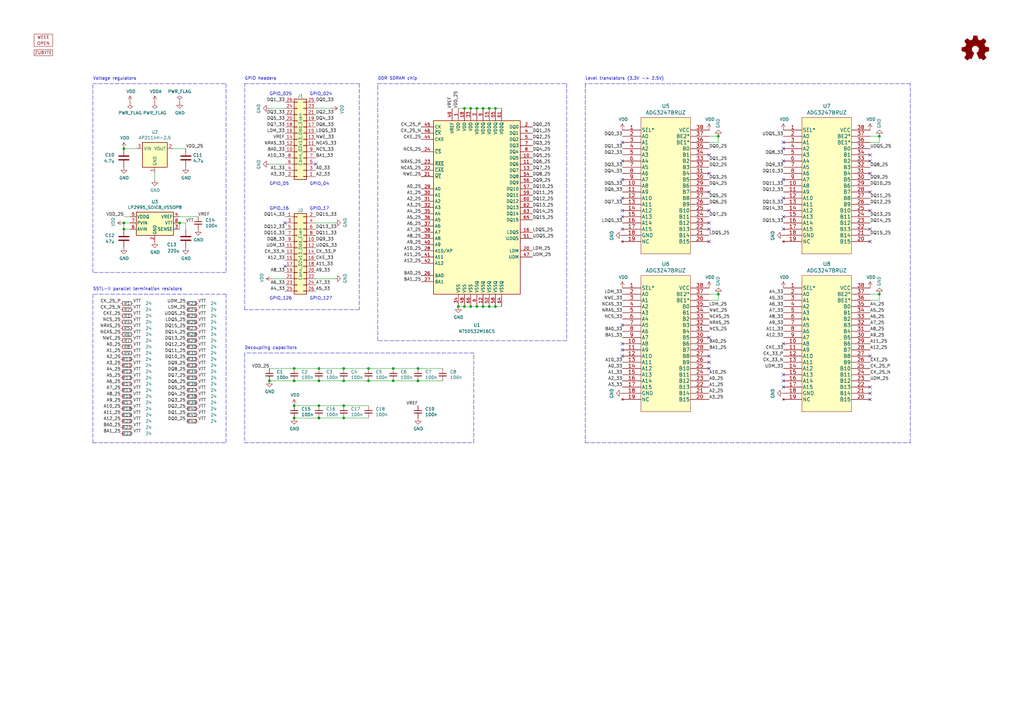
<source format=kicad_sch>
(kicad_sch (version 20211123) (generator eeschema)
  (paper "A3")
  (lib_symbols
    (symbol "ADG3247BRUZ:ADG3247BRUZ" (pin_names (offset 0.254))
      (property "Reference" "U" (at 30.48 10.16 0))
      (property "Value" "ADG3247BRUZ" (at 30.48 7.62 0))
      (symbol "ADG3247BRUZ_1_1"
        (pin input line (at 12.7 0 0) (length 7.62) (name "SEL*") (number "1"))
        (pin bidirectional line (at 12.7 -22.86 0) (length 7.62) (name "A8") (number "10"))
        (pin bidirectional line (at 12.7 -25.4 0) (length 7.62) (name "A9") (number "11"))
        (pin bidirectional line (at 12.7 -27.94 0) (length 7.62) (name "A10") (number "12"))
        (pin bidirectional line (at 12.7 -30.48 0) (length 7.62) (name "A11") (number "13"))
        (pin bidirectional line (at 12.7 -33.02 0) (length 7.62) (name "A12") (number "14"))
        (pin bidirectional line (at 12.7 -35.56 0) (length 7.62) (name "A13") (number "15"))
        (pin bidirectional line (at 12.7 -38.1 0) (length 7.62) (name "A14") (number "16"))
        (pin bidirectional line (at 12.7 -40.64 0) (length 7.62) (name "A15") (number "17"))
        (pin power_in line (at 12.7 -43.18 0) (length 7.62) (name "GND") (number "18"))
        (pin no_connect line (at 12.7 -45.72 0) (length 7.62) (name "NC") (number "19"))
        (pin bidirectional line (at 12.7 -2.54 0) (length 7.62) (name "A0") (number "2"))
        (pin bidirectional line (at 48.26 -45.72 180) (length 7.62) (name "B15") (number "20"))
        (pin bidirectional line (at 48.26 -43.18 180) (length 7.62) (name "B14") (number "21"))
        (pin bidirectional line (at 48.26 -40.64 180) (length 7.62) (name "B13") (number "22"))
        (pin bidirectional line (at 48.26 -38.1 180) (length 7.62) (name "B12") (number "23"))
        (pin bidirectional line (at 48.26 -35.56 180) (length 7.62) (name "B11") (number "24"))
        (pin bidirectional line (at 48.26 -33.02 180) (length 7.62) (name "B10") (number "25"))
        (pin bidirectional line (at 48.26 -30.48 180) (length 7.62) (name "B9") (number "26"))
        (pin bidirectional line (at 48.26 -27.94 180) (length 7.62) (name "B8") (number "27"))
        (pin bidirectional line (at 48.26 -25.4 180) (length 7.62) (name "B7") (number "28"))
        (pin bidirectional line (at 48.26 -22.86 180) (length 7.62) (name "B6") (number "29"))
        (pin bidirectional line (at 12.7 -5.08 0) (length 7.62) (name "A1") (number "3"))
        (pin bidirectional line (at 48.26 -20.32 180) (length 7.62) (name "B5") (number "30"))
        (pin bidirectional line (at 48.26 -17.78 180) (length 7.62) (name "B4") (number "31"))
        (pin bidirectional line (at 48.26 -15.24 180) (length 7.62) (name "B3") (number "32"))
        (pin bidirectional line (at 48.26 -12.7 180) (length 7.62) (name "B2") (number "33"))
        (pin bidirectional line (at 48.26 -10.16 180) (length 7.62) (name "B1") (number "34"))
        (pin bidirectional line (at 48.26 -7.62 180) (length 7.62) (name "B0") (number "35"))
        (pin input line (at 48.26 -5.08 180) (length 7.62) (name "BE1*") (number "36"))
        (pin input line (at 48.26 -2.54 180) (length 7.62) (name "BE2*") (number "37"))
        (pin power_in line (at 48.26 0 180) (length 7.62) (name "VCC") (number "38"))
        (pin bidirectional line (at 12.7 -7.62 0) (length 7.62) (name "A2") (number "4"))
        (pin bidirectional line (at 12.7 -10.16 0) (length 7.62) (name "A3") (number "5"))
        (pin bidirectional line (at 12.7 -12.7 0) (length 7.62) (name "A4") (number "6"))
        (pin bidirectional line (at 12.7 -15.24 0) (length 7.62) (name "A5") (number "7"))
        (pin bidirectional line (at 12.7 -17.78 0) (length 7.62) (name "A6") (number "8"))
        (pin bidirectional line (at 12.7 -20.32 0) (length 7.62) (name "A7") (number "9"))
      )
    )
    (symbol "Connector_Generic:Conn_02x13_Odd_Even" (pin_names (offset 1.016) hide)
      (property "Reference" "J" (at 1.27 17.78 0))
      (property "Value" "Conn_02x13_Odd_Even" (at 1.27 -17.78 0))
      (symbol "Conn_02x13_Odd_Even_1_1"
        (pin passive line (at -5.08 15.24 0) (length 3.81) (name "Pin_1") (number "1"))
        (pin passive line (at 7.62 5.08 180) (length 3.81) (name "Pin_10") (number "10"))
        (pin passive line (at -5.08 2.54 0) (length 3.81) (name "Pin_11") (number "11"))
        (pin passive line (at 7.62 2.54 180) (length 3.81) (name "Pin_12") (number "12"))
        (pin passive line (at -5.08 0 0) (length 3.81) (name "Pin_13") (number "13"))
        (pin passive line (at 7.62 0 180) (length 3.81) (name "Pin_14") (number "14"))
        (pin passive line (at -5.08 -2.54 0) (length 3.81) (name "Pin_15") (number "15"))
        (pin passive line (at 7.62 -2.54 180) (length 3.81) (name "Pin_16") (number "16"))
        (pin passive line (at -5.08 -5.08 0) (length 3.81) (name "Pin_17") (number "17"))
        (pin passive line (at 7.62 -5.08 180) (length 3.81) (name "Pin_18") (number "18"))
        (pin passive line (at -5.08 -7.62 0) (length 3.81) (name "Pin_19") (number "19"))
        (pin passive line (at 7.62 15.24 180) (length 3.81) (name "Pin_2") (number "2"))
        (pin passive line (at 7.62 -7.62 180) (length 3.81) (name "Pin_20") (number "20"))
        (pin passive line (at -5.08 -10.16 0) (length 3.81) (name "Pin_21") (number "21"))
        (pin passive line (at 7.62 -10.16 180) (length 3.81) (name "Pin_22") (number "22"))
        (pin passive line (at -5.08 -12.7 0) (length 3.81) (name "Pin_23") (number "23"))
        (pin passive line (at 7.62 -12.7 180) (length 3.81) (name "Pin_24") (number "24"))
        (pin passive line (at -5.08 -15.24 0) (length 3.81) (name "Pin_25") (number "25"))
        (pin passive line (at 7.62 -15.24 180) (length 3.81) (name "Pin_26") (number "26"))
        (pin passive line (at -5.08 12.7 0) (length 3.81) (name "Pin_3") (number "3"))
        (pin passive line (at 7.62 12.7 180) (length 3.81) (name "Pin_4") (number "4"))
        (pin passive line (at -5.08 10.16 0) (length 3.81) (name "Pin_5") (number "5"))
        (pin passive line (at 7.62 10.16 180) (length 3.81) (name "Pin_6") (number "6"))
        (pin passive line (at -5.08 7.62 0) (length 3.81) (name "Pin_7") (number "7"))
        (pin passive line (at 7.62 7.62 180) (length 3.81) (name "Pin_8") (number "8"))
        (pin passive line (at -5.08 5.08 0) (length 3.81) (name "Pin_9") (number "9"))
      )
    )
    (symbol "Device:C" (pin_numbers hide) (pin_names (offset 0.254))
      (property "Reference" "C" (at 0.635 2.54 0))
      (property "Value" "C" (at 0.635 -2.54 0))
      (symbol "C_1_1"
        (pin passive line (at 0 3.81 270) (length 2.794) (name "~") (number "1"))
        (pin passive line (at 0 -3.81 90) (length 2.794) (name "~") (number "2"))
      )
    )
    (symbol "Device:C_Small" (pin_numbers hide) (pin_names (offset 0.254) hide)
      (property "Reference" "C" (at 0.254 1.778 0))
      (property "Value" "C_Small" (at 0.254 -2.032 0))
      (symbol "C_Small_1_1"
        (pin passive line (at 0 2.54 270) (length 2.032) (name "~") (number "1"))
        (pin passive line (at 0 -2.54 90) (length 2.032) (name "~") (number "2"))
      )
    )
    (symbol "Device:R_Small" (pin_numbers hide) (pin_names (offset 0.254) hide)
      (property "Reference" "R" (at 0.762 0.508 0))
      (property "Value" "R_Small" (at 0.762 -1.016 0))
      (symbol "R_Small_1_1"
        (pin passive line (at 0 2.54 270) (length 0.762) (name "~") (number "1"))
        (pin passive line (at 0 -2.54 90) (length 0.762) (name "~") (number "2"))
      )
    )
    (symbol "Gekkio_Memory_RAM:NT5DS32M16CS"
      (property "Reference" "U" (at -15.24 38.1 0))
      (property "Value" "NT5DS32M16CS" (at 12.7 38.1 0))
      (symbol "NT5DS32M16CS_1_1"
        (pin power_in line (at -7.62 40.64 270) (length 5.08) (name "VDD") (number "1"))
        (pin bidirectional line (at 22.86 20.32 180) (length 5.08) (name "DQ5") (number "10"))
        (pin bidirectional line (at 22.86 17.78 180) (length 5.08) (name "DQ6") (number "11"))
        (pin power_in line (at 2.54 -40.64 90) (length 5.08) (name "VSSQ") (number "12"))
        (pin bidirectional line (at 22.86 15.24 180) (length 5.08) (name "DQ7") (number "13"))
        (pin no_connect line (at -17.78 25.4 0) (length 5.08) hide (name "NC") (number "14"))
        (pin power_in line (at 5.08 40.64 270) (length 5.08) (name "VDDQ") (number "15"))
        (pin bidirectional line (at 22.86 -10.16 180) (length 5.08) (name "LDQS") (number "16"))
        (pin no_connect line (at -17.78 -25.4 0) (length 5.08) hide (name "NC") (number "17"))
        (pin power_in line (at -5.08 40.64 270) (length 5.08) (name "VDD") (number "18"))
        (pin no_connect line (at 17.78 -22.86 180) (length 5.08) hide (name "NU") (number "19"))
        (pin bidirectional line (at 22.86 33.02 180) (length 5.08) (name "DQ0") (number "2"))
        (pin input line (at 22.86 -17.78 180) (length 5.08) (name "LDM") (number "20"))
        (pin input line (at -22.86 12.7 0) (length 5.08) (name "~{WE}") (number "21"))
        (pin input line (at -22.86 15.24 0) (length 5.08) (name "~{CAS}") (number "22"))
        (pin input line (at -22.86 17.78 0) (length 5.08) (name "~{RAS}") (number "23"))
        (pin input line (at -22.86 22.86 0) (length 5.08) (name "~{CS}") (number "24"))
        (pin no_connect line (at -17.78 20.32 0) (length 5.08) hide (name "NC") (number "25"))
        (pin input line (at -22.86 -27.94 0) (length 5.08) (name "BA0") (number "26"))
        (pin input line (at -22.86 -30.48 0) (length 5.08) (name "BA1") (number "27"))
        (pin input line (at -22.86 -17.78 0) (length 5.08) (name "A10/AP") (number "28"))
        (pin input line (at -22.86 7.62 0) (length 5.08) (name "A0") (number "29"))
        (pin power_in line (at 0 40.64 270) (length 5.08) (name "VDDQ") (number "3"))
        (pin input line (at -22.86 5.08 0) (length 5.08) (name "A1") (number "30"))
        (pin input line (at -22.86 2.54 0) (length 5.08) (name "A2") (number "31"))
        (pin input line (at -22.86 0 0) (length 5.08) (name "A3") (number "32"))
        (pin power_in line (at -2.54 40.64 270) (length 5.08) (name "VDD") (number "33"))
        (pin power_in line (at -7.62 -40.64 90) (length 5.08) (name "VSS") (number "34"))
        (pin input line (at -22.86 -2.54 0) (length 5.08) (name "A4") (number "35"))
        (pin input line (at -22.86 -5.08 0) (length 5.08) (name "A5") (number "36"))
        (pin input line (at -22.86 -7.62 0) (length 5.08) (name "A6") (number "37"))
        (pin input line (at -22.86 -10.16 0) (length 5.08) (name "A7") (number "38"))
        (pin input line (at -22.86 -12.7 0) (length 5.08) (name "A8") (number "39"))
        (pin bidirectional line (at 22.86 30.48 180) (length 5.08) (name "DQ1") (number "4"))
        (pin input line (at -22.86 -15.24 0) (length 5.08) (name "A9") (number "40"))
        (pin input line (at -22.86 -20.32 0) (length 5.08) (name "A11") (number "41"))
        (pin input line (at -22.86 -22.86 0) (length 5.08) (name "A12") (number "42"))
        (pin no_connect line (at -17.78 10.16 0) (length 5.08) hide (name "NC") (number "43"))
        (pin input line (at -22.86 27.94 0) (length 5.08) (name "CKE") (number "44"))
        (pin input line (at -22.86 33.02 0) (length 5.08) (name "CK") (number "45"))
        (pin input line (at -22.86 30.48 0) (length 5.08) (name "~{CK}") (number "46"))
        (pin input line (at 22.86 -20.32 180) (length 5.08) (name "UDM") (number "47"))
        (pin power_in line (at -5.08 -40.64 90) (length 5.08) (name "VSS") (number "48"))
        (pin input line (at -10.16 40.64 270) (length 5.08) (name "VREF") (number "49"))
        (pin bidirectional line (at 22.86 27.94 180) (length 5.08) (name "DQ2") (number "5"))
        (pin no_connect line (at 17.78 -25.4 180) (length 5.08) hide (name "NC") (number "50"))
        (pin bidirectional line (at 22.86 -12.7 180) (length 5.08) (name "UDQS") (number "51"))
        (pin power_in line (at 5.08 -40.64 90) (length 5.08) (name "VSSQ") (number "52"))
        (pin no_connect line (at 17.78 -27.94 180) (length 5.08) hide (name "NC") (number "53"))
        (pin bidirectional line (at 22.86 12.7 180) (length 5.08) (name "DQ8") (number "54"))
        (pin power_in line (at 7.62 40.64 270) (length 5.08) (name "VDDQ") (number "55"))
        (pin bidirectional line (at 22.86 10.16 180) (length 5.08) (name "DQ9") (number "56"))
        (pin bidirectional line (at 22.86 7.62 180) (length 5.08) (name "DQ10") (number "57"))
        (pin power_in line (at 7.62 -40.64 90) (length 5.08) (name "VSSQ") (number "58"))
        (pin bidirectional line (at 22.86 5.08 180) (length 5.08) (name "DQ11") (number "59"))
        (pin power_in line (at 0 -40.64 90) (length 5.08) (name "VSSQ") (number "6"))
        (pin bidirectional line (at 22.86 2.54 180) (length 5.08) (name "DQ12") (number "60"))
        (pin power_in line (at 10.16 40.64 270) (length 5.08) (name "VDDQ") (number "61"))
        (pin bidirectional line (at 22.86 0 180) (length 5.08) (name "DQ13") (number "62"))
        (pin bidirectional line (at 22.86 -2.54 180) (length 5.08) (name "DQ14") (number "63"))
        (pin power_in line (at 10.16 -40.64 90) (length 5.08) (name "VSSQ") (number "64"))
        (pin bidirectional line (at 22.86 -5.08 180) (length 5.08) (name "DQ15") (number "65"))
        (pin power_in line (at -2.54 -40.64 90) (length 5.08) (name "VSS") (number "66"))
        (pin bidirectional line (at 22.86 25.4 180) (length 5.08) (name "DQ3") (number "7"))
        (pin bidirectional line (at 22.86 22.86 180) (length 5.08) (name "DQ4") (number "8"))
        (pin power_in line (at 2.54 40.64 270) (length 5.08) (name "VDDQ") (number "9"))
      )
    )
    (symbol "Gekkio_Regulator_Linear:AP2114H-2.5"
      (property "Reference" "U" (at 0 8.89 0))
      (property "Value" "AP2114H-2.5" (at 0 6.35 0))
      (symbol "AP2114H-2.5_1_1"
        (pin power_in line (at 0 -7.62 90) (length 2.54) (name "GND") (number "1"))
        (pin power_out line (at 7.62 2.54 180) (length 2.54) (name "VOUT") (number "2"))
        (pin power_in line (at -7.62 2.54 0) (length 2.54) (name "VIN") (number "3"))
        (pin passive line (at 7.62 2.54 180) (length 2.54) hide (name "VOUT") (number "4"))
      )
    )
    (symbol "Graphic:Logo_Open_Hardware_Small" (pin_names (offset 1.016)))
    (symbol "Zubyte_Logos:WEEE_Open" (pin_names (offset 1.016))
      (symbol "WEEE_Open_0_0"
        (text "OPEN" (at 0 -1.27 0) (effects (font (size 1.27 1.27))))
        (text "WEEE" (at 0 1.27 0) (effects (font (size 1.27 1.27))))
      )
    )
    (symbol "Zubyte_Logos:Zubyte" (pin_names (offset 1.016))
      (symbol "Zubyte_0_0"
        (text "ZUBYTE" (at 0 0 0) (effects (font (size 1.27 1.27))))
      )
    )
    (symbol "Zubyte_Regulator_Linear:LP2995_SOIC8_VSSOP8" (pin_names (offset 0.254))
      (property "Reference" "U" (at -6.35 5.715 0))
      (property "Value" "LP2995_SOIC8_VSSOP8" (at -1.905 5.715 0))
      (symbol "LP2995_SOIC8_VSSOP8_1_1"
        (pin no_connect line (at -2.54 -5.08 90) (length 2.54) hide (name "NC") (number "1"))
        (pin power_in line (at 0 -7.62 90) (length 2.54) (name "GND") (number "2"))
        (pin passive line (at 10.16 -2.54 180) (length 2.54) (name "SENSE") (number "3"))
        (pin power_out line (at 10.16 2.54 180) (length 2.54) (name "VREF") (number "4"))
        (pin power_in line (at -10.16 2.54 0) (length 2.54) (name "VDDQ") (number "5"))
        (pin power_in line (at -10.16 -2.54 0) (length 2.54) (name "AVIN") (number "6"))
        (pin power_in line (at -10.16 0 0) (length 2.54) (name "PVIN") (number "7"))
        (pin power_out line (at 10.16 0 180) (length 2.54) (name "VTT") (number "8"))
      )
    )
    (symbol "power:GND" (power) (pin_names (offset 0))
      (property "Value" "GND" (at 0 -3.81 0))
      (symbol "GND_1_1"
        (pin power_in line (at 0 0 270) (length 0) hide (name "GND") (number "1"))
      )
    )
    (symbol "power:PWR_FLAG" (power) (pin_numbers hide) (pin_names (offset 0) hide)
      (property "Value" "PWR_FLAG" (at 0 3.81 0))
      (symbol "PWR_FLAG_0_0"
        (pin power_out line (at 0 0 90) (length 0) (name "pwr") (number "1"))
      )
    )
    (symbol "power:VDD" (power) (pin_names (offset 0))
      (property "Value" "VDD" (at 0 3.81 0))
      (symbol "VDD_1_1"
        (pin power_in line (at 0 0 90) (length 0) hide (name "VDD") (number "1"))
      )
    )
    (symbol "power:VDDA" (power) (pin_names (offset 0))
      (property "Value" "VDDA" (at 0 3.81 0))
      (symbol "VDDA_1_1"
        (pin power_in line (at 0 0 90) (length 0) hide (name "VDDA") (number "1"))
      )
    )
  )
  (junction (at 198.12 44.45))
  (junction (at 140.97 166.37))
  (junction (at 187.96 125.73))
  (junction (at 195.58 44.45))
  (junction (at 360.68 55.88))
  (junction (at 73.66 91.44))
  (junction (at 195.58 125.73))
  (junction (at 50.8 93.98))
  (junction (at 193.04 44.45))
  (junction (at 130.81 171.45))
  (junction (at 140.97 156.21))
  (junction (at 171.45 151.13))
  (junction (at 203.2 125.73))
  (junction (at 120.65 166.37))
  (junction (at 50.8 60.96))
  (junction (at 50.8 91.44))
  (junction (at 294.64 120.65))
  (junction (at 193.04 125.73))
  (junction (at 294.64 55.88))
  (junction (at 130.81 166.37))
  (junction (at 140.97 151.13))
  (junction (at 171.45 156.21))
  (junction (at 130.81 151.13))
  (junction (at 360.68 120.65))
  (junction (at 130.81 156.21))
  (junction (at 190.5 44.45))
  (junction (at 120.65 171.45))
  (junction (at 151.13 156.21))
  (junction (at 110.49 156.21))
  (junction (at 200.66 125.73))
  (junction (at 120.65 151.13))
  (junction (at 161.29 156.21))
  (junction (at 140.97 171.45))
  (junction (at 200.66 44.45))
  (junction (at 198.12 125.73))
  (junction (at 203.2 44.45))
  (junction (at 120.65 156.21))
  (junction (at 190.5 125.73))
  (junction (at 161.29 151.13))
  (junction (at 151.13 151.13))
  (no_connect (at 356.87 63.5))
  (no_connect (at 255.27 86.36))
  (no_connect (at 321.31 60.96))
  (no_connect (at 290.83 148.59))
  (no_connect (at 321.31 66.04))
  (no_connect (at 356.87 86.36))
  (no_connect (at 321.31 93.98))
  (no_connect (at 290.83 151.13))
  (no_connect (at 356.87 93.98))
  (no_connect (at 290.83 146.05))
  (no_connect (at 321.31 81.28))
  (no_connect (at 290.83 63.5))
  (no_connect (at 356.87 71.12))
  (no_connect (at 356.87 158.75))
  (no_connect (at 116.84 91.44))
  (no_connect (at 255.27 66.04))
  (no_connect (at 129.54 67.31))
  (no_connect (at 290.83 71.12))
  (no_connect (at 255.27 133.35))
  (no_connect (at 321.31 158.75))
  (no_connect (at 255.27 58.42))
  (no_connect (at 356.87 163.83))
  (no_connect (at 321.31 73.66))
  (no_connect (at 290.83 86.36))
  (no_connect (at 116.84 109.22))
  (no_connect (at 356.87 161.29))
  (no_connect (at 255.27 73.66))
  (no_connect (at 290.83 93.98))
  (no_connect (at 290.83 78.74))
  (no_connect (at 255.27 88.9))
  (no_connect (at 255.27 146.05))
  (no_connect (at 356.87 99.06))
  (no_connect (at 321.31 140.97))
  (no_connect (at 356.87 78.74))
  (no_connect (at 356.87 146.05))
  (no_connect (at 255.27 93.98))
  (no_connect (at 255.27 140.97))
  (no_connect (at 290.83 91.44))
  (no_connect (at 290.83 99.06))
  (no_connect (at 290.83 138.43))
  (no_connect (at 321.31 153.67))
  (no_connect (at 255.27 81.28))
  (no_connect (at 356.87 66.04))
  (no_connect (at 321.31 156.21))
  (no_connect (at 321.31 58.42))
  (no_connect (at 255.27 143.51))
  (no_connect (at 321.31 88.9))
  (wire (pts (xy 110.49 67.31) (xy 116.84 67.31)))
  (wire (pts (xy 110.49 156.21) (xy 120.65 156.21)))
  (polyline (pts (xy 154.94 139.7) (xy 154.94 34.29)))
  (wire (pts (xy 294.64 123.19) (xy 294.64 120.65)))
  (polyline (pts (xy 240.03 181.61) (xy 373.38 181.61)))
  (wire (pts (xy 129.54 91.44) (xy 137.16 91.44)))
  (wire (pts (xy 198.12 44.45) (xy 200.66 44.45)))
  (wire (pts (xy 161.29 156.21) (xy 171.45 156.21)))
  (wire (pts (xy 360.68 120.65) (xy 360.68 123.19)))
  (polyline (pts (xy 38.1 181.61) (xy 92.71 181.61)))
  (wire (pts (xy 130.81 166.37) (xy 140.97 166.37)))
  (polyline (pts (xy 194.31 181.61) (xy 194.31 144.78)))
  (wire (pts (xy 50.8 88.9) (xy 53.34 88.9)))
  (wire (pts (xy 111.76 114.3) (xy 116.84 114.3)))
  (polyline (pts (xy 154.94 34.29) (xy 232.41 34.29)))
  (wire (pts (xy 190.5 44.45) (xy 193.04 44.45)))
  (polyline (pts (xy 240.03 34.29) (xy 240.03 181.61)))
  (wire (pts (xy 71.12 60.96) (xy 76.2 60.96)))
  (polyline (pts (xy 100.33 34.29) (xy 147.32 34.29)))
  (wire (pts (xy 294.64 58.42) (xy 294.64 55.88)))
  (wire (pts (xy 190.5 125.73) (xy 193.04 125.73)))
  (wire (pts (xy 203.2 125.73) (xy 205.74 125.73)))
  (polyline (pts (xy 92.71 181.61) (xy 92.71 120.65)))
  (wire (pts (xy 356.87 120.65) (xy 360.68 120.65)))
  (polyline (pts (xy 147.32 34.29) (xy 147.32 127)))
  (wire (pts (xy 50.8 93.98) (xy 53.34 93.98)))
  (wire (pts (xy 290.83 120.65) (xy 294.64 120.65)))
  (wire (pts (xy 130.81 151.13) (xy 140.97 151.13)))
  (polyline (pts (xy 38.1 111.76) (xy 38.1 34.29)))
  (wire (pts (xy 200.66 44.45) (xy 203.2 44.45)))
  (polyline (pts (xy 92.71 34.29) (xy 92.71 111.76)))
  (wire (pts (xy 140.97 156.21) (xy 151.13 156.21)))
  (wire (pts (xy 151.13 156.21) (xy 161.29 156.21)))
  (wire (pts (xy 110.49 151.13) (xy 120.65 151.13)))
  (wire (pts (xy 187.96 125.73) (xy 190.5 125.73)))
  (polyline (pts (xy 100.33 144.78) (xy 100.33 181.61)))
  (wire (pts (xy 73.66 88.9) (xy 81.28 88.9)))
  (wire (pts (xy 198.12 125.73) (xy 200.66 125.73)))
  (wire (pts (xy 360.68 58.42) (xy 356.87 58.42)))
  (polyline (pts (xy 38.1 120.65) (xy 38.1 181.61)))
  (wire (pts (xy 120.65 156.21) (xy 130.81 156.21)))
  (wire (pts (xy 50.8 91.44) (xy 50.8 93.98)))
  (wire (pts (xy 290.83 123.19) (xy 294.64 123.19)))
  (wire (pts (xy 73.66 91.44) (xy 76.2 91.44)))
  (polyline (pts (xy 232.41 139.7) (xy 154.94 139.7)))
  (wire (pts (xy 129.54 114.3) (xy 137.16 114.3)))
  (wire (pts (xy 76.2 91.44) (xy 76.2 93.98)))
  (wire (pts (xy 110.49 44.45) (xy 116.84 44.45)))
  (wire (pts (xy 151.13 151.13) (xy 161.29 151.13)))
  (wire (pts (xy 130.81 156.21) (xy 140.97 156.21)))
  (wire (pts (xy 290.83 58.42) (xy 294.64 58.42)))
  (wire (pts (xy 200.66 125.73) (xy 203.2 125.73)))
  (polyline (pts (xy 100.33 181.61) (xy 194.31 181.61)))
  (polyline (pts (xy 373.38 181.61) (xy 373.38 34.29)))
  (wire (pts (xy 63.5 71.12) (xy 63.5 73.66)))
  (wire (pts (xy 73.66 93.98) (xy 73.66 91.44)))
  (wire (pts (xy 193.04 125.73) (xy 195.58 125.73)))
  (wire (pts (xy 120.65 151.13) (xy 130.81 151.13)))
  (wire (pts (xy 161.29 151.13) (xy 171.45 151.13)))
  (wire (pts (xy 195.58 125.73) (xy 198.12 125.73)))
  (wire (pts (xy 50.8 60.96) (xy 55.88 60.96)))
  (wire (pts (xy 120.65 171.45) (xy 130.81 171.45)))
  (wire (pts (xy 171.45 156.21) (xy 181.61 156.21)))
  (wire (pts (xy 195.58 44.45) (xy 198.12 44.45)))
  (wire (pts (xy 50.8 91.44) (xy 53.34 91.44)))
  (polyline (pts (xy 38.1 34.29) (xy 92.71 34.29)))
  (polyline (pts (xy 147.32 127) (xy 100.33 127)))
  (wire (pts (xy 187.96 44.45) (xy 190.5 44.45)))
  (wire (pts (xy 140.97 171.45) (xy 151.13 171.45)))
  (wire (pts (xy 193.04 44.45) (xy 195.58 44.45)))
  (polyline (pts (xy 100.33 127) (xy 100.33 34.29)))
  (polyline (pts (xy 373.38 34.29) (xy 240.03 34.29)))
  (wire (pts (xy 140.97 166.37) (xy 151.13 166.37)))
  (polyline (pts (xy 232.41 34.29) (xy 232.41 139.7)))
  (wire (pts (xy 360.68 123.19) (xy 356.87 123.19)))
  (polyline (pts (xy 92.71 111.76) (xy 38.1 111.76)))
  (wire (pts (xy 290.83 55.88) (xy 294.64 55.88)))
  (wire (pts (xy 360.68 55.88) (xy 360.68 58.42)))
  (wire (pts (xy 120.65 166.37) (xy 130.81 166.37)))
  (polyline (pts (xy 194.31 144.78) (xy 100.33 144.78)))
  (wire (pts (xy 203.2 44.45) (xy 205.74 44.45)))
  (polyline (pts (xy 92.71 120.65) (xy 38.1 120.65)))
  (wire (pts (xy 171.45 151.13) (xy 181.61 151.13)))
  (wire (pts (xy 356.87 55.88) (xy 360.68 55.88)))
  (wire (pts (xy 129.54 44.45) (xy 135.89 44.45)))
  (wire (pts (xy 140.97 151.13) (xy 151.13 151.13)))
  (wire (pts (xy 130.81 171.45) (xy 140.97 171.45)))
  (text "GPIO_04" (at 127 76.2 0) (effects (font (size 1.27 1.27)) (justify left bottom)))
  (text "GPIO_05" (at 110.49 76.2 0) (effects (font (size 1.27 1.27)) (justify left bottom)))
  (text "Level translators (3.3V -> 2.5V)" (at 240.03 33.02 0) (effects (font (size 1.27 1.27)) (justify left bottom)))
  (text "SSTL-II parallel termination resistors" (at 38.1 119.38 0) (effects (font (size 1.27 1.27)) (justify left bottom)))
  (text "GPIO_025" (at 110.49 39.37 0) (effects (font (size 1.27 1.27)) (justify left bottom)))
  (text "GPIO_126" (at 110.49 123.19 0) (effects (font (size 1.27 1.27)) (justify left bottom)))
  (text "DDR SDRAM chip" (at 154.94 33.02 0) (effects (font (size 1.27 1.27)) (justify left bottom)))
  (text "GPIO headers" (at 100.33 33.02 0) (effects (font (size 1.27 1.27)) (justify left bottom)))
  (text "Voltage regulators\n" (at 38.1 33.02 0) (effects (font (size 1.27 1.27)) (justify left bottom)))
  (text "Decoupling capacitors" (at 100.33 143.51 0) (effects (font (size 1.27 1.27)) (justify left bottom)))
  (text "GPIO_024" (at 127 39.37 0) (effects (font (size 1.27 1.27)) (justify left bottom)))
  (text "GPIO_16" (at 110.49 86.36 0) (effects (font (size 1.27 1.27)) (justify left bottom)))
  (text "GPIO_17" (at 127 86.36 0) (effects (font (size 1.27 1.27)) (justify left bottom)))
  (text "GPIO_127" (at 127 123.19 0) (effects (font (size 1.27 1.27)) (justify left bottom)))
  (label "VTT" (at 81.28 167.64 0))
  (label "A1_25" (at 290.83 158.75 0))
  (label "DQ10_25" (at 76.2 147.32 180))
  (label "BA0_25" (at 172.72 113.03 180))
  (label "VTT" (at 54.61 154.94 0))
  (label "DQ8_25" (at 76.2 152.4 180))
  (label "DQ9_33" (at 321.31 68.58 180))
  (label "VTT" (at 54.61 175.26 0))
  (label "DQ11_33" (at 129.54 96.52 0))
  (label "VDD_25" (at 110.49 151.13 180))
  (label "VTT" (at 81.28 144.78 0))
  (label "DQ4_33" (at 129.54 49.53 0))
  (label "VREF" (at 171.45 166.37 180))
  (label "UDQS_33" (at 129.54 101.6 0))
  (label "A10_25" (at 49.53 167.64 180))
  (label "DQ0_33" (at 129.54 41.91 0))
  (label "VDD_25" (at 50.8 88.9 180))
  (label "A1_33" (at 116.84 69.85 180))
  (label "A1_25" (at 172.72 80.01 180))
  (label "VDD_25" (at 187.96 44.45 90))
  (label "DQ5_25" (at 76.2 160.02 180))
  (label "VTT" (at 54.61 149.86 0))
  (label "BA0_33" (at 255.27 135.89 180))
  (label "DQ1_33" (at 116.84 41.91 180))
  (label "A2_25" (at 172.72 82.55 180))
  (label "DQ14_25" (at 218.44 87.63 0))
  (label "UDM_33" (at 116.84 101.6 180))
  (label "VTT" (at 54.61 172.72 0))
  (label "A7_25" (at 356.87 133.35 0))
  (label "LDQS_33" (at 129.54 54.61 0))
  (label "DQ5_25" (at 290.83 81.28 0))
  (label "VREF" (at 81.28 88.9 0))
  (label "A3_25" (at 172.72 85.09 180))
  (label "DQ0_25" (at 290.83 60.96 0))
  (label "DQ12_25" (at 356.87 83.82 0))
  (label "BA1_25" (at 172.72 115.57 180))
  (label "VTT" (at 54.61 165.1 0))
  (label "A0_25" (at 290.83 156.21 0))
  (label "DQ15_25" (at 76.2 134.62 180))
  (label "A10_25" (at 172.72 102.87 180))
  (label "CK_25_N" (at 49.53 127 180))
  (label "DQ11_33" (at 321.31 76.2 180))
  (label "LDM_33" (at 116.84 54.61 180))
  (label "CK_25_N" (at 172.72 54.61 180))
  (label "A7_33" (at 321.31 128.27 180))
  (label "A6_25" (at 356.87 130.81 0))
  (label "DQ10_25" (at 356.87 76.2 0))
  (label "DQ4_25" (at 76.2 162.56 180))
  (label "CK_25_P" (at 356.87 151.13 0))
  (label "NWE_25" (at 49.53 139.7 180))
  (label "DQ2_25" (at 76.2 167.64 180))
  (label "DQ3_33" (at 116.84 46.99 180))
  (label "DQ10_25" (at 218.44 77.47 0))
  (label "DQ7_25" (at 218.44 69.85 0))
  (label "A4_33" (at 321.31 120.65 180))
  (label "NCS_25" (at 172.72 62.23 180))
  (label "DQ14_33" (at 321.31 86.36 180))
  (label "A5_25" (at 356.87 128.27 0))
  (label "NCAS_25" (at 49.53 137.16 180))
  (label "A6_33" (at 321.31 125.73 180))
  (label "DQ4_25" (at 218.44 62.23 0))
  (label "A9_25" (at 356.87 138.43 0))
  (label "DQ6_25" (at 290.83 83.82 0))
  (label "DQ13_33" (at 129.54 93.98 0))
  (label "VREF" (at 116.84 57.15 180))
  (label "A8_25" (at 49.53 162.56 180))
  (label "NWE_25" (at 290.83 128.27 0))
  (label "DQ3_25" (at 218.44 59.69 0))
  (label "VTT" (at 76.2 91.44 0))
  (label "VTT" (at 54.61 162.56 0))
  (label "VTT" (at 81.28 157.48 0))
  (label "DQ6_25" (at 76.2 157.48 180))
  (label "CK_33_P" (at 129.54 104.14 0))
  (label "DQ5_33" (at 116.84 49.53 180))
  (label "CKE_33" (at 129.54 106.68 0))
  (label "CK_33_N" (at 116.84 104.14 180))
  (label "A0_25" (at 49.53 142.24 180))
  (label "DQ7_33" (at 255.27 83.82 180))
  (label "DQ13_33" (at 321.31 83.82 180))
  (label "BA0_25" (at 290.83 140.97 0))
  (label "VTT" (at 54.61 137.16 0))
  (label "DQ14_25" (at 356.87 91.44 0))
  (label "VTT" (at 54.61 144.78 0))
  (label "DQ7_25" (at 290.83 88.9 0))
  (label "DQ12_25" (at 76.2 142.24 180))
  (label "A8_25" (at 172.72 97.79 180))
  (label "DQ1_25" (at 290.83 66.04 0))
  (label "DQ13_25" (at 356.87 88.9 0))
  (label "DQ1_33" (at 255.27 60.96 180))
  (label "VTT" (at 54.61 124.46 0))
  (label "A9_25" (at 172.72 100.33 180))
  (label "NRAS_25" (at 290.83 133.35 0))
  (label "LDQS_33" (at 255.27 91.44 180))
  (label "VTT" (at 81.28 172.72 0))
  (label "NCAS_25" (at 290.83 130.81 0))
  (label "A12_33" (at 321.31 138.43 180))
  (label "DQ4_25" (at 290.83 76.2 0))
  (label "NRAS_25" (at 172.72 67.31 180))
  (label "A11_33" (at 321.31 135.89 180))
  (label "DQ5_33" (at 255.27 76.2 180))
  (label "DQ0_25" (at 218.44 52.07 0))
  (label "DQ6_33" (at 129.54 52.07 0))
  (label "A11_25" (at 172.72 105.41 180))
  (label "VTT" (at 81.28 137.16 0))
  (label "DQ2_25" (at 290.83 68.58 0))
  (label "A12_25" (at 356.87 143.51 0))
  (label "NWE_33" (at 129.54 57.15 0))
  (label "DQ5_25" (at 218.44 64.77 0))
  (label "DQ11_25" (at 218.44 80.01 0))
  (label "A2_25" (at 290.83 161.29 0))
  (label "A5_25" (at 49.53 154.94 180))
  (label "A2_33" (at 129.54 72.39 0))
  (label "UDQS_25" (at 76.2 129.54 180))
  (label "CKE_33" (at 321.31 143.51 180))
  (label "A9_33" (at 129.54 111.76 0))
  (label "A4_25" (at 356.87 125.73 0))
  (label "UDQS_25" (at 218.44 97.79 0))
  (label "VTT" (at 81.28 170.18 0))
  (label "DQ1_25" (at 218.44 54.61 0))
  (label "A0_33" (at 129.54 69.85 0))
  (label "BA1_25" (at 290.83 143.51 0))
  (label "NRAS_33" (at 116.84 59.69 180))
  (label "VTT" (at 54.61 142.24 0))
  (label "DQ11_25" (at 76.2 144.78 180))
  (label "VTT" (at 81.28 129.54 0))
  (label "VTT" (at 81.28 134.62 0))
  (label "A6_25" (at 172.72 92.71 180))
  (label "A11_25" (at 356.87 140.97 0))
  (label "VTT" (at 81.28 149.86 0))
  (label "DQ12_33" (at 116.84 93.98 180))
  (label "LDQS_25" (at 290.83 96.52 0))
  (label "VTT" (at 81.28 162.56 0))
  (label "A1_25" (at 49.53 144.78 180))
  (label "A7_25" (at 172.72 95.25 180))
  (label "A10_25" (at 290.83 153.67 0))
  (label "DQ12_33" (at 321.31 78.74 180))
  (label "A7_33" (at 129.54 116.84 0))
  (label "DQ13_25" (at 76.2 139.7 180))
  (label "DQ0_33" (at 255.27 55.88 180))
  (label "A2_33" (at 255.27 156.21 180))
  (label "DQ3_25" (at 76.2 165.1 180))
  (label "NCAS_25" (at 172.72 69.85 180))
  (label "A2_25" (at 49.53 147.32 180))
  (label "A10_33" (at 116.84 64.77 180))
  (label "VTT" (at 54.61 160.02 0))
  (label "DQ13_25" (at 218.44 85.09 0))
  (label "VTT" (at 54.61 134.62 0))
  (label "DQ15_25" (at 356.87 96.52 0))
  (label "A3_33" (at 255.27 158.75 180))
  (label "A3_25" (at 49.53 149.86 180))
  (label "DQ9_25" (at 76.2 149.86 180))
  (label "LDQS_25" (at 218.44 95.25 0))
  (label "CK_25_P" (at 49.53 124.46 180))
  (label "A10_33" (at 255.27 148.59 180))
  (label "NCS_33" (at 255.27 130.81 180))
  (label "VTT" (at 81.28 139.7 0))
  (label "A5_25" (at 172.72 90.17 180))
  (label "DQ15_33" (at 321.31 91.44 180))
  (label "CK_33_P" (at 321.31 146.05 180))
  (label "DQ12_25" (at 218.44 82.55 0))
  (label "A8_33" (at 116.84 111.76 180))
  (label "DQ2_25" (at 218.44 57.15 0))
  (label "VTT" (at 81.28 165.1 0))
  (label "DQ9_25" (at 356.87 73.66 0))
  (label "UDQS_25" (at 356.87 60.96 0))
  (label "DQ14_25" (at 76.2 137.16 180))
  (label "VTT" (at 54.61 177.8 0))
  (label "DQ15_25" (at 218.44 90.17 0))
  (label "VTT" (at 54.61 167.64 0))
  (label "VTT" (at 81.28 124.46 0))
  (label "A9_25" (at 49.53 165.1 180))
  (label "LDM_25" (at 76.2 127 180))
  (label "VDD_25" (at 76.2 60.96 0))
  (label "CK_25_P" (at 172.72 52.07 180))
  (label "NRAS_33" (at 255.27 128.27 180))
  (label "DQ2_33" (at 255.27 63.5 180))
  (label "NCAS_33" (at 129.54 59.69 0))
  (label "A12_25" (at 172.72 107.95 180))
  (label "A6_25" (at 49.53 157.48 180))
  (label "A12_33" (at 116.84 106.68 180))
  (label "VTT" (at 54.61 157.48 0))
  (label "NCAS_33" (at 255.27 125.73 180))
  (label "BA1_33" (at 129.54 64.77 0))
  (label "DQ14_33" (at 116.84 88.9 180))
  (label "DQ1_25" (at 76.2 170.18 180))
  (label "DQ0_25" (at 76.2 172.72 180))
  (label "DQ15_33" (at 129.54 88.9 0))
  (label "A0_33" (at 255.27 151.13 180))
  (label "A11_25" (at 49.53 170.18 180))
  (label "DQ8_25" (at 356.87 68.58 0))
  (label "DQ8_33" (at 321.31 63.5 180))
  (label "LDQS_25" (at 76.2 132.08 180))
  (label "DQ10_33" (at 321.31 71.12 180))
  (label "A5_33" (at 321.31 123.19 180))
  (label "VTT" (at 54.61 139.7 0))
  (label "NCS_33" (at 129.54 62.23 0))
  (label "A4_25" (at 172.72 87.63 180))
  (label "UDM_25" (at 218.44 105.41 0))
  (label "VTT" (at 54.61 132.08 0))
  (label "A11_33" (at 129.54 109.22 0))
  (label "DQ6_25" (at 218.44 67.31 0))
  (label "DQ7_25" (at 76.2 154.94 180))
  (label "DQ3_25" (at 290.83 73.66 0))
  (label "BA1_25" (at 49.53 177.8 180))
  (label "DQ9_25" (at 218.44 74.93 0))
  (label "A7_25" (at 49.53 160.02 180))
  (label "VTT" (at 81.28 160.02 0))
  (label "LDM_25" (at 218.44 102.87 0))
  (label "CKE_25" (at 172.72 57.15 180))
  (label "VTT" (at 54.61 129.54 0))
  (label "VTT" (at 81.28 127 0))
  (label "A8_33" (at 321.31 130.81 180))
  (label "A4_33" (at 116.84 119.38 180))
  (label "DQ8_33" (at 116.84 99.06 180))
  (label "DQ3_33" (at 255.27 68.58 180))
  (label "NCS_25" (at 49.53 132.08 180))
  (label "VTT" (at 54.61 170.18 0))
  (label "CK_25_N" (at 356.87 153.67 0))
  (label "BA1_33" (at 255.27 138.43 180))
  (label "LDM_33" (at 255.27 120.65 180))
  (label "VREF" (at 185.42 44.45 90))
  (label "NWE_33" (at 255.27 123.19 180))
  (label "A9_33" (at 321.31 133.35 180))
  (label "A4_25" (at 49.53 152.4 180))
  (label "DQ9_33" (at 129.54 99.06 0))
  (label "A5_33" (at 129.54 119.38 0))
  (label "CK_33_N" (at 321.31 148.59 180))
  (label "DQ11_25" (at 356.87 81.28 0))
  (label "VTT" (at 54.61 147.32 0))
  (label "A0_25" (at 172.72 77.47 180))
  (label "NWE_25" (at 172.72 72.39 180))
  (label "UDM_33" (at 321.31 151.13 180))
  (label "DQ7_33" (at 116.84 52.07 180))
  (label "VTT" (at 81.28 142.24 0))
  (label "LDM_25" (at 290.83 125.73 0))
  (label "A3_25" (at 290.83 163.83 0))
  (label "A1_33" (at 255.27 153.67 180))
  (label "DQ10_33" (at 116.84 96.52 180))
  (label "A12_25" (at 49.53 172.72 180))
  (label "NRAS_25" (at 49.53 134.62 180))
  (label "VTT" (at 81.28 154.94 0))
  (label "UDQS_33" (at 321.31 55.88 180))
  (label "NCS_25" (at 290.83 135.89 0))
  (label "DQ4_33" (at 255.27 71.12 180))
  (label "VTT" (at 81.28 152.4 0))
  (label "VTT" (at 81.28 147.32 0))
  (label "UDM_25" (at 76.2 124.46 180))
  (label "DQ6_33" (at 255.27 78.74 180))
  (label "VTT" (at 81.28 132.08 0))
  (label "A8_25" (at 356.87 135.89 0))
  (label "DQ8_25" (at 218.44 72.39 0))
  (label "DQ2_33" (at 129.54 46.99 0))
  (label "CKE_25" (at 49.53 129.54 180))
  (label "BA0_33" (at 116.84 62.23 180))
  (label "UDM_25" (at 356.87 156.21 0))
  (label "BA0_25" (at 49.53 175.26 180))
  (label "VTT" (at 54.61 152.4 0))
  (label "A3_33" (at 116.84 72.39 180))
  (label "VTT" (at 54.61 127 0))
  (label "CKE_25" (at 356.87 148.59 0))
  (label "A6_33" (at 116.84 116.84 180))
  (symbol (lib_id "Gekkio_Memory_RAM:NT5DS32M16CS") (at 195.58 85.09 0) (unit 1)
    (property "Reference" "U1" (at 195.58 133.35 0))
    (property "Value" "NT5DS32M16CS" (at 195.58 135.89 0))
    (property "Footprint" "Zubyte_Package_SO:TSOP-II-66_22.2x10.16mm_P0.8mm" (effects hide))
    (property "Datasheet" "https://elinux.org/images/e/e0/Nt5d32m16cs-5t.pdf" (effects hide))
  )
  (symbol (lib_id "Connector_Generic:Conn_02x13_Odd_Even") (at 121.92 104.14 0) (unit 1)
    (property "Reference" "J2" (at 123.19 86.36 0))
    (property "Value" "Conn_02x13_Odd_Even" (at 123.19 104.14 90))
    (property "Footprint" "Connector_PinSocket_2.54mm:PinSocket_2x13_P2.54mm_Vertical" (effects hide))
  )
  (symbol (lib_id "power:VDD") (at 111.76 114.3 90) (unit 1)
    (property "Reference" "#PWR0106" (effects hide))
    (property "Value" "VDD" (at 107.3658 113.919 0))
  )
  (symbol (lib_id "power:VDD") (at 135.89 44.45 270) (unit 1)
    (property "Reference" "#PWR0127" (effects hide))
    (property "Value" "VDD" (at 140.2842 44.831 0))
  )
  (symbol (lib_id "Connector_Generic:Conn_02x13_Odd_Even") (at 124.46 57.15 180) (unit 1)
    (property "Reference" "J1" (at 123.19 39.37 0))
    (property "Value" "Conn_02x13_Odd_Even" (at 123.19 57.15 90))
    (property "Footprint" "Connector_PinSocket_2.54mm:PinSocket_2x13_P2.54mm_Vertical" (effects hide))
  )
  (symbol (lib_id "power:GND") (at 110.49 44.45 270) (unit 1)
    (property "Reference" "#PWR0128" (effects hide))
    (property "Value" "GND" (at 106.0958 44.577 0))
  )
  (symbol (lib_id "power:GND") (at 137.16 91.44 90) (unit 1)
    (property "Reference" "#PWR0130" (effects hide))
    (property "Value" "GND" (at 141.5542 91.313 0))
  )
  (symbol (lib_id "ADG3247BRUZ:ADG3247BRUZ") (at 242.57 53.34 0) (unit 1)
    (property "Reference" "U5" (at 273.05 43.5102 0) (effects (font (size 1.524 1.524))))
    (property "Value" "ADG3247BRUZ" (at 273.05 46.2026 0) (effects (font (size 1.524 1.524))))
    (property "Footprint" "ADG3247BRUZ:ADG3247BRUZ" (effects hide))
  )
  (symbol (lib_id "power:GND") (at 294.64 55.88 180) (unit 1)
    (property "Reference" "#PWR0119" (effects hide))
    (property "Value" "GND" (at 294.513 52.6288 90) (effects (justify right)))
  )
  (symbol (lib_id "power:GND") (at 110.49 156.21 0) (unit 1)
    (property "Reference" "#PWR0105" (effects hide))
    (property "Value" "GND" (at 110.617 160.6042 0))
  )
  (symbol (lib_id "Device:C") (at 50.8 64.77 180) (unit 1)
    (property "Reference" "C10" (at 46.99 63.5 0) (effects (justify left)))
    (property "Value" "4.7u" (at 46.99 66.04 0) (effects (justify left)))
    (property "Footprint" "Capacitor_SMD:C_0805_2012Metric" (effects hide))
  )
  (symbol (lib_id "Device:C") (at 76.2 64.77 0) (unit 1)
    (property "Reference" "C11" (at 79.121 63.6016 0) (effects (justify left)))
    (property "Value" "4.7u" (at 79.121 65.913 0) (effects (justify left)))
    (property "Footprint" "Capacitor_SMD:C_0805_2012Metric" (effects hide))
  )
  (symbol (lib_id "power:GND") (at 50.8 68.58 0) (unit 1)
    (property "Reference" "#PWR0110" (effects hide))
    (property "Value" "GND" (at 50.927 72.9742 0))
  )
  (symbol (lib_id "power:GND") (at 76.2 68.58 0) (unit 1)
    (property "Reference" "#PWR0113" (effects hide))
    (property "Value" "GND" (at 76.327 72.9742 0))
  )
  (symbol (lib_id "Device:C_Small") (at 161.29 153.67 0) (unit 1)
    (property "Reference" "C6" (at 164.211 152.5016 0) (effects (justify left)))
    (property "Value" "100n" (at 164.211 154.813 0) (effects (justify left)))
    (property "Footprint" "Capacitor_SMD:C_0402_1005Metric" (effects hide))
  )
  (symbol (lib_id "Device:C_Small") (at 151.13 153.67 0) (unit 1)
    (property "Reference" "C5" (at 154.051 152.5016 0) (effects (justify left)))
    (property "Value" "100n" (at 154.051 154.813 0) (effects (justify left)))
    (property "Footprint" "Capacitor_SMD:C_0402_1005Metric" (effects hide))
  )
  (symbol (lib_id "Device:C_Small") (at 140.97 153.67 0) (unit 1)
    (property "Reference" "C4" (at 143.891 152.5016 0) (effects (justify left)))
    (property "Value" "100n" (at 143.891 154.813 0) (effects (justify left)))
    (property "Footprint" "Capacitor_SMD:C_0402_1005Metric" (effects hide))
  )
  (symbol (lib_id "Device:C_Small") (at 130.81 153.67 0) (unit 1)
    (property "Reference" "C3" (at 133.731 152.5016 0) (effects (justify left)))
    (property "Value" "100n" (at 133.731 154.813 0) (effects (justify left)))
    (property "Footprint" "Capacitor_SMD:C_0402_1005Metric" (effects hide))
  )
  (symbol (lib_id "Device:C_Small") (at 120.65 153.67 0) (unit 1)
    (property "Reference" "C2" (at 123.571 152.5016 0) (effects (justify left)))
    (property "Value" "100n" (at 123.571 154.813 0) (effects (justify left)))
    (property "Footprint" "Capacitor_SMD:C_0402_1005Metric" (effects hide))
  )
  (symbol (lib_id "Device:C_Small") (at 110.49 153.67 0) (unit 1)
    (property "Reference" "C1" (at 113.411 152.5016 0) (effects (justify left)))
    (property "Value" "100n" (at 113.411 154.813 0) (effects (justify left)))
    (property "Footprint" "Capacitor_SMD:C_0402_1005Metric" (effects hide))
  )
  (symbol (lib_id "Device:R_Small") (at 52.07 124.46 270) (unit 1)
    (property "Reference" "R1" (at 52.07 124.46 90))
    (property "Value" "24" (at 60.96 124.46 90))
    (property "Footprint" "Resistor_SMD:R_0402_1005Metric" (effects hide))
  )
  (symbol (lib_id "Device:R_Small") (at 52.07 127 270) (unit 1)
    (property "Reference" "R2" (at 52.07 127 90))
    (property "Value" "24" (at 60.96 127 90))
    (property "Footprint" "Resistor_SMD:R_0402_1005Metric" (effects hide))
  )
  (symbol (lib_id "Device:R_Small") (at 52.07 129.54 270) (unit 1)
    (property "Reference" "R3" (at 52.07 129.54 90))
    (property "Value" "24" (at 60.96 129.54 90))
    (property "Footprint" "Resistor_SMD:R_0402_1005Metric" (effects hide))
  )
  (symbol (lib_id "Device:R_Small") (at 52.07 132.08 270) (unit 1)
    (property "Reference" "R4" (at 52.07 132.08 90))
    (property "Value" "24" (at 60.96 132.08 90))
    (property "Footprint" "Resistor_SMD:R_0402_1005Metric" (effects hide))
  )
  (symbol (lib_id "Device:R_Small") (at 52.07 134.62 270) (unit 1)
    (property "Reference" "R5" (at 52.07 134.62 90))
    (property "Value" "24" (at 60.96 134.62 90))
    (property "Footprint" "Resistor_SMD:R_0402_1005Metric" (effects hide))
  )
  (symbol (lib_id "Device:R_Small") (at 52.07 137.16 270) (unit 1)
    (property "Reference" "R6" (at 52.07 137.16 90))
    (property "Value" "24" (at 60.96 137.16 90))
    (property "Footprint" "Resistor_SMD:R_0402_1005Metric" (effects hide))
  )
  (symbol (lib_id "Device:R_Small") (at 52.07 139.7 270) (unit 1)
    (property "Reference" "R7" (at 52.07 139.7 90))
    (property "Value" "24" (at 60.96 139.7 90))
    (property "Footprint" "Resistor_SMD:R_0402_1005Metric" (effects hide))
  )
  (symbol (lib_id "Device:R_Small") (at 52.07 142.24 270) (unit 1)
    (property "Reference" "R8" (at 52.07 142.24 90))
    (property "Value" "24" (at 60.96 142.24 90))
    (property "Footprint" "Resistor_SMD:R_0402_1005Metric" (effects hide))
  )
  (symbol (lib_id "Device:R_Small") (at 52.07 144.78 270) (unit 1)
    (property "Reference" "R9" (at 52.07 144.78 90))
    (property "Value" "24" (at 60.96 144.78 90))
    (property "Footprint" "Resistor_SMD:R_0402_1005Metric" (effects hide))
  )
  (symbol (lib_id "Device:R_Small") (at 52.07 147.32 270) (unit 1)
    (property "Reference" "R10" (at 52.07 147.32 90))
    (property "Value" "24" (at 60.96 147.32 90))
    (property "Footprint" "Resistor_SMD:R_0402_1005Metric" (effects hide))
  )
  (symbol (lib_id "Device:R_Small") (at 52.07 149.86 270) (unit 1)
    (property "Reference" "R11" (at 52.07 149.86 90))
    (property "Value" "24" (at 60.96 149.86 90))
    (property "Footprint" "Resistor_SMD:R_0402_1005Metric" (effects hide))
  )
  (symbol (lib_id "Device:R_Small") (at 52.07 152.4 270) (unit 1)
    (property "Reference" "R12" (at 52.07 152.4 90))
    (property "Value" "24" (at 60.96 152.4 90))
    (property "Footprint" "Resistor_SMD:R_0402_1005Metric" (effects hide))
  )
  (symbol (lib_id "Device:R_Small") (at 52.07 154.94 270) (unit 1)
    (property "Reference" "R13" (at 52.07 154.94 90))
    (property "Value" "24" (at 60.96 154.94 90))
    (property "Footprint" "Resistor_SMD:R_0402_1005Metric" (effects hide))
  )
  (symbol (lib_id "Device:R_Small") (at 52.07 157.48 270) (unit 1)
    (property "Reference" "R14" (at 52.07 157.48 90))
    (property "Value" "24" (at 60.96 157.48 90))
    (property "Footprint" "Resistor_SMD:R_0402_1005Metric" (effects hide))
  )
  (symbol (lib_id "Device:R_Small") (at 52.07 160.02 270) (unit 1)
    (property "Reference" "R15" (at 52.07 160.02 90))
    (property "Value" "24" (at 60.96 160.02 90))
    (property "Footprint" "Resistor_SMD:R_0402_1005Metric" (effects hide))
  )
  (symbol (lib_id "Device:R_Small") (at 52.07 162.56 270) (unit 1)
    (property "Reference" "R16" (at 52.07 162.56 90))
    (property "Value" "24" (at 60.96 162.56 90))
    (property "Footprint" "Resistor_SMD:R_0402_1005Metric" (effects hide))
  )
  (symbol (lib_id "Device:R_Small") (at 52.07 165.1 270) (unit 1)
    (property "Reference" "R17" (at 52.07 165.1 90))
    (property "Value" "24" (at 60.96 165.1 90))
    (property "Footprint" "Resistor_SMD:R_0402_1005Metric" (effects hide))
  )
  (symbol (lib_id "Device:R_Small") (at 52.07 167.64 270) (unit 1)
    (property "Reference" "R18" (at 52.07 167.64 90))
    (property "Value" "24" (at 60.96 167.64 90))
    (property "Footprint" "Resistor_SMD:R_0402_1005Metric" (effects hide))
  )
  (symbol (lib_id "Device:R_Small") (at 52.07 170.18 270) (unit 1)
    (property "Reference" "R19" (at 52.07 170.18 90))
    (property "Value" "24" (at 60.96 170.18 90))
    (property "Footprint" "Resistor_SMD:R_0402_1005Metric" (effects hide))
  )
  (symbol (lib_id "Device:R_Small") (at 52.07 172.72 270) (unit 1)
    (property "Reference" "R20" (at 52.07 172.72 90))
    (property "Value" "24" (at 60.96 172.72 90))
    (property "Footprint" "Resistor_SMD:R_0402_1005Metric" (effects hide))
  )
  (symbol (lib_id "Device:R_Small") (at 52.07 175.26 270) (unit 1)
    (property "Reference" "R21" (at 52.07 175.26 90))
    (property "Value" "24" (at 60.96 175.26 90))
    (property "Footprint" "Resistor_SMD:R_0402_1005Metric" (effects hide))
  )
  (symbol (lib_id "Device:R_Small") (at 52.07 177.8 270) (unit 1)
    (property "Reference" "R22" (at 52.07 177.8 90))
    (property "Value" "24" (at 60.96 177.8 90))
    (property "Footprint" "Resistor_SMD:R_0402_1005Metric" (effects hide))
  )
  (symbol (lib_id "power:GND") (at 187.96 125.73 0) (unit 1)
    (property "Reference" "#PWR0120" (effects hide))
    (property "Value" "GND" (at 188.087 130.1242 0))
  )
  (symbol (lib_id "Device:C_Small") (at 171.45 153.67 0) (unit 1)
    (property "Reference" "C7" (at 174.371 152.5016 0) (effects (justify left)))
    (property "Value" "100n" (at 174.371 154.813 0) (effects (justify left)))
    (property "Footprint" "Capacitor_SMD:C_0402_1005Metric" (effects hide))
  )
  (symbol (lib_id "Device:R_Small") (at 78.74 124.46 270) (unit 1)
    (property "Reference" "R23" (at 78.74 124.46 90))
    (property "Value" "24" (at 87.63 124.46 90))
    (property "Footprint" "Resistor_SMD:R_0402_1005Metric" (effects hide))
  )
  (symbol (lib_id "Device:R_Small") (at 78.74 127 270) (unit 1)
    (property "Reference" "R24" (at 78.74 127 90))
    (property "Value" "24" (at 87.63 127 90))
    (property "Footprint" "Resistor_SMD:R_0402_1005Metric" (effects hide))
  )
  (symbol (lib_id "Device:R_Small") (at 78.74 129.54 270) (unit 1)
    (property "Reference" "R25" (at 78.74 129.54 90))
    (property "Value" "24" (at 87.63 129.54 90))
    (property "Footprint" "Resistor_SMD:R_0402_1005Metric" (effects hide))
  )
  (symbol (lib_id "Device:R_Small") (at 78.74 132.08 270) (unit 1)
    (property "Reference" "R26" (at 78.74 132.08 90))
    (property "Value" "24" (at 87.63 132.08 90))
    (property "Footprint" "Resistor_SMD:R_0402_1005Metric" (effects hide))
  )
  (symbol (lib_id "Device:R_Small") (at 78.74 134.62 270) (unit 1)
    (property "Reference" "R27" (at 78.74 134.62 90))
    (property "Value" "24" (at 87.63 134.62 90))
    (property "Footprint" "Resistor_SMD:R_0402_1005Metric" (effects hide))
  )
  (symbol (lib_id "Device:R_Small") (at 78.74 137.16 270) (unit 1)
    (property "Reference" "R28" (at 78.74 137.16 90))
    (property "Value" "24" (at 87.63 137.16 90))
    (property "Footprint" "Resistor_SMD:R_0402_1005Metric" (effects hide))
  )
  (symbol (lib_id "Device:R_Small") (at 78.74 139.7 270) (unit 1)
    (property "Reference" "R29" (at 78.74 139.7 90))
    (property "Value" "24" (at 87.63 139.7 90))
    (property "Footprint" "Resistor_SMD:R_0402_1005Metric" (effects hide))
  )
  (symbol (lib_id "Device:R_Small") (at 78.74 142.24 270) (unit 1)
    (property "Reference" "R30" (at 78.74 142.24 90))
    (property "Value" "24" (at 87.63 142.24 90))
    (property "Footprint" "Resistor_SMD:R_0402_1005Metric" (effects hide))
  )
  (symbol (lib_id "Device:R_Small") (at 78.74 144.78 270) (unit 1)
    (property "Reference" "R31" (at 78.74 144.78 90))
    (property "Value" "24" (at 87.63 144.78 90))
    (property "Footprint" "Resistor_SMD:R_0402_1005Metric" (effects hide))
  )
  (symbol (lib_id "Device:R_Small") (at 78.74 147.32 270) (unit 1)
    (property "Reference" "R32" (at 78.74 147.32 90))
    (property "Value" "24" (at 87.63 147.32 90))
    (property "Footprint" "Resistor_SMD:R_0402_1005Metric" (effects hide))
  )
  (symbol (lib_id "Device:R_Small") (at 78.74 149.86 270) (unit 1)
    (property "Reference" "R33" (at 78.74 149.86 90))
    (property "Value" "24" (at 87.63 149.86 90))
    (property "Footprint" "Resistor_SMD:R_0402_1005Metric" (effects hide))
  )
  (symbol (lib_id "Device:R_Small") (at 78.74 152.4 270) (unit 1)
    (property "Reference" "R34" (at 78.74 152.4 90))
    (property "Value" "24" (at 87.63 152.4 90))
    (property "Footprint" "Resistor_SMD:R_0402_1005Metric" (effects hide))
  )
  (symbol (lib_id "Device:R_Small") (at 78.74 154.94 270) (unit 1)
    (property "Reference" "R35" (at 78.74 154.94 90))
    (property "Value" "24" (at 87.63 154.94 90))
    (property "Footprint" "Resistor_SMD:R_0402_1005Metric" (effects hide))
  )
  (symbol (lib_id "Device:R_Small") (at 78.74 157.48 270) (unit 1)
    (property "Reference" "R36" (at 78.74 157.48 90))
    (property "Value" "24" (at 87.63 157.48 90))
    (property "Footprint" "Resistor_SMD:R_0402_1005Metric" (effects hide))
  )
  (symbol (lib_id "Device:R_Small") (at 78.74 160.02 270) (unit 1)
    (property "Reference" "R37" (at 78.74 160.02 90))
    (property "Value" "24" (at 87.63 160.02 90))
    (property "Footprint" "Resistor_SMD:R_0402_1005Metric" (effects hide))
  )
  (symbol (lib_id "Device:R_Small") (at 78.74 162.56 270) (unit 1)
    (property "Reference" "R38" (at 78.74 162.56 90))
    (property "Value" "24" (at 87.63 162.56 90))
    (property "Footprint" "Resistor_SMD:R_0402_1005Metric" (effects hide))
  )
  (symbol (lib_id "Device:R_Small") (at 78.74 165.1 270) (unit 1)
    (property "Reference" "R39" (at 78.74 165.1 90))
    (property "Value" "24" (at 87.63 165.1 90))
    (property "Footprint" "Resistor_SMD:R_0402_1005Metric" (effects hide))
  )
  (symbol (lib_id "Device:R_Small") (at 78.74 167.64 270) (unit 1)
    (property "Reference" "R40" (at 78.74 167.64 90))
    (property "Value" "24" (at 87.63 167.64 90))
    (property "Footprint" "Resistor_SMD:R_0402_1005Metric" (effects hide))
  )
  (symbol (lib_id "Device:R_Small") (at 78.74 170.18 270) (unit 1)
    (property "Reference" "R41" (at 78.74 170.18 90))
    (property "Value" "24" (at 87.63 170.18 90))
    (property "Footprint" "Resistor_SMD:R_0402_1005Metric" (effects hide))
  )
  (symbol (lib_id "Device:R_Small") (at 78.74 172.72 270) (unit 1)
    (property "Reference" "R42" (at 78.74 172.72 90))
    (property "Value" "24" (at 87.63 172.72 90))
    (property "Footprint" "Resistor_SMD:R_0402_1005Metric" (effects hide))
  )
  (symbol (lib_id "Device:C_Small") (at 120.65 168.91 0) (unit 1)
    (property "Reference" "C15" (at 123.571 167.7416 0) (effects (justify left)))
    (property "Value" "100n" (at 123.571 170.053 0) (effects (justify left)))
    (property "Footprint" "Capacitor_SMD:C_0402_1005Metric" (effects hide))
  )
  (symbol (lib_id "Device:C_Small") (at 130.81 168.91 0) (unit 1)
    (property "Reference" "C16" (at 133.731 167.7416 0) (effects (justify left)))
    (property "Value" "100n" (at 133.731 170.053 0) (effects (justify left)))
    (property "Footprint" "Capacitor_SMD:C_0402_1005Metric" (effects hide))
  )
  (symbol (lib_id "Device:C_Small") (at 140.97 168.91 0) (unit 1)
    (property "Reference" "C17" (at 143.891 167.7416 0) (effects (justify left)))
    (property "Value" "100n" (at 143.891 170.053 0) (effects (justify left)))
    (property "Footprint" "Capacitor_SMD:C_0402_1005Metric" (effects hide))
  )
  (symbol (lib_id "Device:C_Small") (at 151.13 168.91 0) (unit 1)
    (property "Reference" "C18" (at 154.051 167.7416 0) (effects (justify left)))
    (property "Value" "100n" (at 154.051 170.053 0) (effects (justify left)))
    (property "Footprint" "Capacitor_SMD:C_0402_1005Metric" (effects hide))
  )
  (symbol (lib_id "power:GND") (at 120.65 171.45 0) (unit 1)
    (property "Reference" "#PWR0135" (effects hide))
    (property "Value" "GND" (at 120.777 175.8442 0))
  )
  (symbol (lib_id "Zubyte_Regulator_Linear:LP2995_SOIC8_VSSOP8") (at 63.5 91.44 0) (unit 1)
    (property "Reference" "U3" (at 63.5 82.7532 0))
    (property "Value" "LP2995_SOIC8_VSSOP8" (at 63.5 85.0646 0))
    (property "Footprint" "Package_SO:SOIC-8_3.9x4.9mm_P1.27mm" (effects hide))
    (property "Datasheet" "https://www.ti.com/lit/ds/symlink/lp2995.pdf" (effects hide))
  )
  (symbol (lib_id "power:GND") (at 63.5 99.06 0) (unit 1)
    (property "Reference" "#PWR0109" (effects hide))
    (property "Value" "GND" (at 63.627 103.4542 0))
  )
  (symbol (lib_id "power:VDD") (at 50.8 91.44 90) (unit 1)
    (property "Reference" "#PWR0111" (effects hide))
    (property "Value" "VDD" (at 46.4058 91.059 0))
  )
  (symbol (lib_id "power:VDD") (at 120.65 166.37 0) (unit 1)
    (property "Reference" "#PWR0136" (effects hide))
    (property "Value" "VDD" (at 121.031 161.9758 0))
  )
  (symbol (lib_id "Device:C") (at 50.8 97.79 180) (unit 1)
    (property "Reference" "C12" (at 46.99 96.52 0) (effects (justify left)))
    (property "Value" "47u" (at 46.99 99.06 0) (effects (justify left)))
    (property "Footprint" "Capacitor_SMD:C_0805_2012Metric" (effects hide))
  )
  (symbol (lib_id "power:GND") (at 50.8 101.6 0) (unit 1)
    (property "Reference" "#PWR0112" (effects hide))
    (property "Value" "GND" (at 50.927 105.9942 0))
  )
  (symbol (lib_id "Device:C") (at 76.2 97.79 180) (unit 1)
    (property "Reference" "C13" (at 72.39 100.33 0) (effects (justify left)))
    (property "Value" "220u" (at 73.66 102.87 0) (effects (justify left)))
    (property "Footprint" "Capacitor_SMD:C_1206_3216Metric" (effects hide))
  )
  (symbol (lib_id "power:GND") (at 76.2 101.6 0) (unit 1)
    (property "Reference" "#PWR0114" (effects hide))
    (property "Value" "GND" (at 76.327 105.9942 0))
  )
  (symbol (lib_id "Device:C_Small") (at 171.45 168.91 0) (unit 1)
    (property "Reference" "C19" (at 174.371 167.7416 0) (effects (justify left)))
    (property "Value" "100n" (at 174.371 170.053 0) (effects (justify left)))
    (property "Footprint" "Capacitor_SMD:C_0402_1005Metric" (effects hide))
  )
  (symbol (lib_id "power:GND") (at 171.45 171.45 0) (unit 1)
    (property "Reference" "#PWR0139" (effects hide))
    (property "Value" "GND" (at 171.577 175.8442 0))
  )
  (symbol (lib_id "Device:C_Small") (at 81.28 91.44 0) (unit 1)
    (property "Reference" "C14" (at 84.201 90.2716 0) (effects (justify left)))
    (property "Value" "100n" (at 84.201 92.583 0) (effects (justify left)))
    (property "Footprint" "Capacitor_SMD:C_0402_1005Metric" (effects hide))
  )
  (symbol (lib_id "power:GND") (at 81.28 93.98 0) (unit 1)
    (property "Reference" "#PWR0116" (effects hide))
    (property "Value" "GND" (at 81.407 98.3742 0))
  )
  (symbol (lib_id "ADG3247BRUZ:ADG3247BRUZ") (at 242.57 118.11 0) (unit 1)
    (property "Reference" "U6" (at 273.05 108.2802 0) (effects (font (size 1.524 1.524))))
    (property "Value" "ADG3247BRUZ" (at 273.05 110.9726 0) (effects (font (size 1.524 1.524))))
    (property "Footprint" "ADG3247BRUZ:ADG3247BRUZ" (effects hide))
  )
  (symbol (lib_id "power:GND") (at 137.16 114.3 90) (unit 1)
    (property "Reference" "#PWR0137" (effects hide))
    (property "Value" "GND" (at 141.5542 114.173 0))
  )
  (symbol (lib_id "power:GND") (at 110.49 67.31 270) (unit 1)
    (property "Reference" "#PWR0138" (effects hide))
    (property "Value" "GND" (at 106.0958 67.437 0))
  )
  (symbol (lib_id "power:VDD") (at 290.83 118.11 0) (unit 1)
    (property "Reference" "#PWR0121" (effects hide))
    (property "Value" "VDD" (at 291.211 113.7158 0))
  )
  (symbol (lib_id "power:GND") (at 294.64 120.65 180) (unit 1)
    (property "Reference" "#PWR0129" (effects hide))
    (property "Value" "GND" (at 294.513 117.3988 90) (effects (justify right)))
  )
  (symbol (lib_id "ADG3247BRUZ:ADG3247BRUZ") (at 308.61 53.34 0) (unit 1)
    (property "Reference" "U7" (at 339.09 43.5102 0) (effects (font (size 1.524 1.524))))
    (property "Value" "ADG3247BRUZ" (at 339.09 46.2026 0) (effects (font (size 1.524 1.524))))
    (property "Footprint" "ADG3247BRUZ:ADG3247BRUZ" (effects hide))
  )
  (symbol (lib_id "power:VDD") (at 321.31 53.34 0) (unit 1)
    (property "Reference" "#PWR0118" (effects hide))
    (property "Value" "VDD" (at 321.691 48.9458 0))
  )
  (symbol (lib_id "power:VDD") (at 356.87 53.34 0) (unit 1)
    (property "Reference" "#PWR0124" (effects hide))
    (property "Value" "VDD" (at 357.251 48.9458 0))
  )
  (symbol (lib_id "power:GND") (at 360.68 55.88 180) (unit 1)
    (property "Reference" "#PWR0125" (effects hide))
    (property "Value" "GND" (at 360.553 52.6288 90) (effects (justify right)))
  )
  (symbol (lib_id "power:GND") (at 321.31 96.52 270) (unit 1)
    (property "Reference" "#PWR0126" (effects hide))
    (property "Value" "GND" (at 316.9158 96.647 0))
  )
  (symbol (lib_id "ADG3247BRUZ:ADG3247BRUZ") (at 308.61 118.11 0) (unit 1)
    (property "Reference" "U8" (at 339.09 108.2802 0) (effects (font (size 1.524 1.524))))
    (property "Value" "ADG3247BRUZ" (at 339.09 110.9726 0) (effects (font (size 1.524 1.524))))
    (property "Footprint" "ADG3247BRUZ:ADG3247BRUZ" (effects hide))
  )
  (symbol (lib_id "power:VDD") (at 321.31 118.11 0) (unit 1)
    (property "Reference" "#PWR0131" (effects hide))
    (property "Value" "VDD" (at 321.691 113.7158 0))
  )
  (symbol (lib_id "power:VDD") (at 356.87 118.11 0) (unit 1)
    (property "Reference" "#PWR0132" (effects hide))
    (property "Value" "VDD" (at 357.251 113.7158 0))
  )
  (symbol (lib_id "power:GND") (at 360.68 120.65 180) (unit 1)
    (property "Reference" "#PWR0133" (effects hide))
    (property "Value" "GND" (at 360.553 117.3988 90) (effects (justify right)))
  )
  (symbol (lib_id "power:GND") (at 321.31 161.29 270) (unit 1)
    (property "Reference" "#PWR0134" (effects hide))
    (property "Value" "GND" (at 316.9158 161.417 0))
  )
  (symbol (lib_id "power:VDD") (at 255.27 118.11 0) (unit 1)
    (property "Reference" "#PWR0102" (effects hide))
    (property "Value" "VDD" (at 255.651 113.7158 0))
  )
  (symbol (lib_id "power:VDD") (at 255.27 53.34 0) (unit 1)
    (property "Reference" "#PWR0103" (effects hide))
    (property "Value" "VDD" (at 255.651 48.9458 0))
  )
  (symbol (lib_id "power:VDD") (at 290.83 53.34 0) (unit 1)
    (property "Reference" "#PWR0117" (effects hide))
    (property "Value" "VDD" (at 291.211 48.9458 0))
  )
  (symbol (lib_id "power:GND") (at 255.27 96.52 270) (unit 1)
    (property "Reference" "#PWR0122" (effects hide))
    (property "Value" "GND" (at 250.8758 96.647 0))
  )
  (symbol (lib_id "power:GND") (at 255.27 161.29 270) (unit 1)
    (property "Reference" "#PWR0123" (effects hide))
    (property "Value" "GND" (at 250.8758 161.417 0))
  )
  (symbol (lib_id "Zubyte_Logos:WEEE_Open") (at 17.78 16.51 0) (unit 1)
    (property "Reference" "LOGO1" (effects hide))
    (property "Value" "WEEE_Open" (effects hide))
    (property "Footprint" "Zubyte_Logos:Logo_WO_First_Letter" (effects hide))
  )
  (symbol (lib_id "Zubyte_Logos:Zubyte") (at 17.78 21.59 0) (unit 1)
    (property "Reference" "LOGO2" (effects hide))
    (property "Value" "Zubyte" (effects hide))
    (property "Footprint" "Zubyte_Logos:Logo_Zubyte" (effects hide))
  )
  (symbol (lib_id "Graphic:Logo_Open_Hardware_Small") (at 400.05 20.32 0) (unit 1)
    (property "Reference" "LOGO3" (effects hide))
    (property "Value" "Logo_Open_Hardware_Small" (effects hide))
    (property "Footprint" "Symbol:OSHW-Logo_5.7x6mm_SilkScreen" (effects hide))
  )
  (symbol (lib_id "power:PWR_FLAG") (at 53.34 41.91 180) (unit 1)
    (property "Reference" "#FLG0101" (effects hide))
    (property "Value" "PWR_FLAG" (at 53.34 46.3042 0))
  )
  (symbol (lib_id "power:VDD") (at 53.34 41.91 0) (unit 1)
    (property "Reference" "#PWR0107" (effects hide))
    (property "Value" "VDD" (at 53.721 37.5158 0))
  )
  (symbol (lib_id "power:GND") (at 73.66 41.91 0) (unit 1)
    (property "Reference" "#PWR0108" (effects hide))
    (property "Value" "GND" (at 73.787 46.3042 0))
  )
  (symbol (lib_id "power:PWR_FLAG") (at 73.66 41.91 0) (unit 1)
    (property "Reference" "#FLG0102" (effects hide))
    (property "Value" "PWR_FLAG" (at 73.66 37.5158 0))
  )
  (symbol (lib_id "Device:C_Small") (at 181.61 153.67 0) (unit 1)
    (property "Reference" "C8" (at 184.531 152.5016 0) (effects (justify left)))
    (property "Value" "100n" (at 184.531 154.813 0) (effects (justify left)))
    (property "Footprint" "Capacitor_SMD:C_0402_1005Metric" (effects hide))
  )
  (symbol (lib_id "power:VDDA") (at 63.5 41.91 0) (unit 1)
    (property "Reference" "#PWR0104" (effects hide))
    (property "Value" "VDDA" (at 63.881 37.5158 0))
  )
  (symbol (lib_id "power:PWR_FLAG") (at 63.5 41.91 180) (unit 1)
    (property "Reference" "#FLG0103" (effects hide))
    (property "Value" "PWR_FLAG" (at 63.5 46.3042 0))
  )
  (symbol (lib_id "Gekkio_Regulator_Linear:AP2114H-2.5") (at 63.5 63.5 0) (unit 1)
    (property "Reference" "U2" (at 63.5 54.1782 0))
    (property "Value" "AP2114H-2.5" (at 63.5 56.4896 0))
    (property "Footprint" "Package_TO_SOT_SMD:SOT-223" (effects hide))
    (property "Datasheet" "https://www.diodes.com/assets/Datasheets/AP2114.pdf" (effects hide))
  )
  (symbol (lib_id "power:VDD") (at 50.8 60.96 0) (unit 1)
    (property "Reference" "#PWR0101" (effects hide))
    (property "Value" "VDD" (at 51.181 56.5658 0))
  )
  (symbol (lib_id "power:GND") (at 63.5 73.66 0) (unit 1)
    (property "Reference" "#PWR0115" (effects hide))
    (property "Value" "GND" (at 63.627 78.0542 0))
  )
)
</source>
